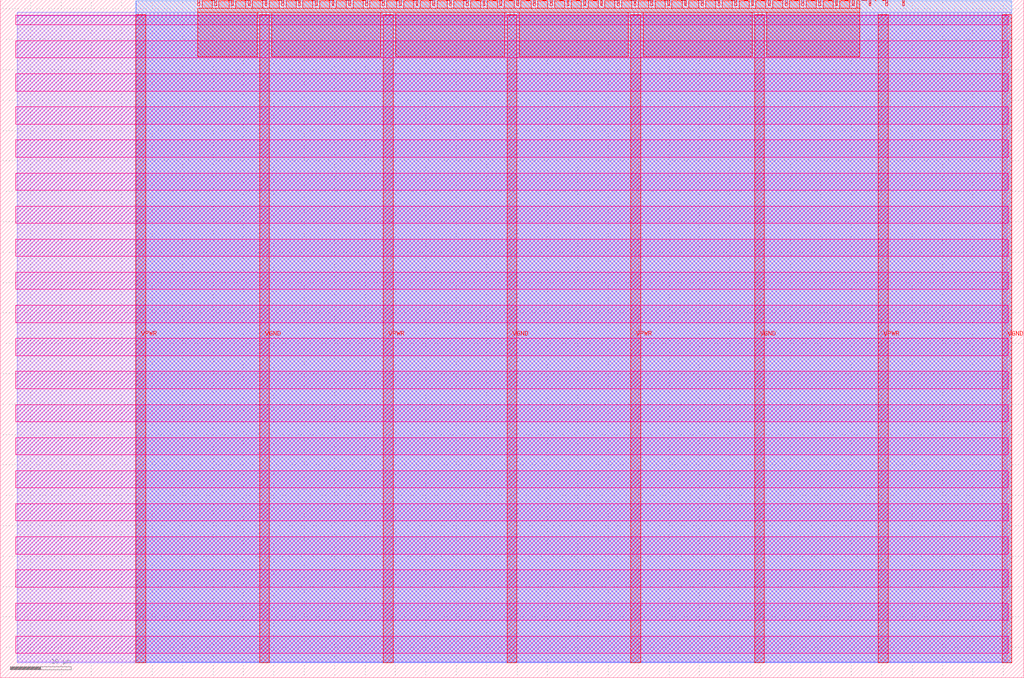
<source format=lef>
VERSION 5.7 ;
  NOWIREEXTENSIONATPIN ON ;
  DIVIDERCHAR "/" ;
  BUSBITCHARS "[]" ;
MACRO tt_um_alu_chip_dup
  CLASS BLOCK ;
  FOREIGN tt_um_alu_chip_dup ;
  ORIGIN 0.000 0.000 ;
  SIZE 168.360 BY 111.520 ;
  PIN VGND
    DIRECTION INOUT ;
    USE GROUND ;
    PORT
      LAYER met4 ;
        RECT 42.670 2.480 44.270 109.040 ;
    END
    PORT
      LAYER met4 ;
        RECT 83.380 2.480 84.980 109.040 ;
    END
    PORT
      LAYER met4 ;
        RECT 124.090 2.480 125.690 109.040 ;
    END
    PORT
      LAYER met4 ;
        RECT 164.800 2.480 166.400 109.040 ;
    END
  END VGND
  PIN VPWR
    DIRECTION INOUT ;
    USE POWER ;
    PORT
      LAYER met4 ;
        RECT 22.315 2.480 23.915 109.040 ;
    END
    PORT
      LAYER met4 ;
        RECT 63.025 2.480 64.625 109.040 ;
    END
    PORT
      LAYER met4 ;
        RECT 103.735 2.480 105.335 109.040 ;
    END
    PORT
      LAYER met4 ;
        RECT 144.445 2.480 146.045 109.040 ;
    END
  END VPWR
  PIN clk
    DIRECTION INPUT ;
    USE SIGNAL ;
    PORT
      LAYER met4 ;
        RECT 145.670 110.520 145.970 111.520 ;
    END
  END clk
  PIN ena
    DIRECTION INPUT ;
    USE SIGNAL ;
    PORT
      LAYER met4 ;
        RECT 148.430 110.520 148.730 111.520 ;
    END
  END ena
  PIN rst_n
    DIRECTION INPUT ;
    USE SIGNAL ;
    PORT
      LAYER met4 ;
        RECT 142.910 110.520 143.210 111.520 ;
    END
  END rst_n
  PIN ui_in[0]
    DIRECTION INPUT ;
    USE SIGNAL ;
    ANTENNAGATEAREA 0.213000 ;
    PORT
      LAYER met4 ;
        RECT 140.150 110.520 140.450 111.520 ;
    END
  END ui_in[0]
  PIN ui_in[1]
    DIRECTION INPUT ;
    USE SIGNAL ;
    ANTENNAGATEAREA 0.196500 ;
    PORT
      LAYER met4 ;
        RECT 137.390 110.520 137.690 111.520 ;
    END
  END ui_in[1]
  PIN ui_in[2]
    DIRECTION INPUT ;
    USE SIGNAL ;
    ANTENNAGATEAREA 0.213000 ;
    PORT
      LAYER met4 ;
        RECT 134.630 110.520 134.930 111.520 ;
    END
  END ui_in[2]
  PIN ui_in[3]
    DIRECTION INPUT ;
    USE SIGNAL ;
    ANTENNAGATEAREA 0.213000 ;
    PORT
      LAYER met4 ;
        RECT 131.870 110.520 132.170 111.520 ;
    END
  END ui_in[3]
  PIN ui_in[4]
    DIRECTION INPUT ;
    USE SIGNAL ;
    ANTENNAGATEAREA 0.213000 ;
    PORT
      LAYER met4 ;
        RECT 129.110 110.520 129.410 111.520 ;
    END
  END ui_in[4]
  PIN ui_in[5]
    DIRECTION INPUT ;
    USE SIGNAL ;
    ANTENNAGATEAREA 0.213000 ;
    PORT
      LAYER met4 ;
        RECT 126.350 110.520 126.650 111.520 ;
    END
  END ui_in[5]
  PIN ui_in[6]
    DIRECTION INPUT ;
    USE SIGNAL ;
    ANTENNAGATEAREA 0.213000 ;
    PORT
      LAYER met4 ;
        RECT 123.590 110.520 123.890 111.520 ;
    END
  END ui_in[6]
  PIN ui_in[7]
    DIRECTION INPUT ;
    USE SIGNAL ;
    ANTENNAGATEAREA 0.213000 ;
    PORT
      LAYER met4 ;
        RECT 120.830 110.520 121.130 111.520 ;
    END
  END ui_in[7]
  PIN uio_in[0]
    DIRECTION INPUT ;
    USE SIGNAL ;
    ANTENNAGATEAREA 0.196500 ;
    PORT
      LAYER met4 ;
        RECT 118.070 110.520 118.370 111.520 ;
    END
  END uio_in[0]
  PIN uio_in[1]
    DIRECTION INPUT ;
    USE SIGNAL ;
    ANTENNAGATEAREA 0.126000 ;
    PORT
      LAYER met4 ;
        RECT 115.310 110.520 115.610 111.520 ;
    END
  END uio_in[1]
  PIN uio_in[2]
    DIRECTION INPUT ;
    USE SIGNAL ;
    ANTENNAGATEAREA 0.196500 ;
    PORT
      LAYER met4 ;
        RECT 112.550 110.520 112.850 111.520 ;
    END
  END uio_in[2]
  PIN uio_in[3]
    DIRECTION INPUT ;
    USE SIGNAL ;
    ANTENNAGATEAREA 0.196500 ;
    PORT
      LAYER met4 ;
        RECT 109.790 110.520 110.090 111.520 ;
    END
  END uio_in[3]
  PIN uio_in[4]
    DIRECTION INPUT ;
    USE SIGNAL ;
    PORT
      LAYER met4 ;
        RECT 107.030 110.520 107.330 111.520 ;
    END
  END uio_in[4]
  PIN uio_in[5]
    DIRECTION INPUT ;
    USE SIGNAL ;
    PORT
      LAYER met4 ;
        RECT 104.270 110.520 104.570 111.520 ;
    END
  END uio_in[5]
  PIN uio_in[6]
    DIRECTION INPUT ;
    USE SIGNAL ;
    PORT
      LAYER met4 ;
        RECT 101.510 110.520 101.810 111.520 ;
    END
  END uio_in[6]
  PIN uio_in[7]
    DIRECTION INPUT ;
    USE SIGNAL ;
    PORT
      LAYER met4 ;
        RECT 98.750 110.520 99.050 111.520 ;
    END
  END uio_in[7]
  PIN uio_oe[0]
    DIRECTION OUTPUT TRISTATE ;
    USE SIGNAL ;
    PORT
      LAYER met4 ;
        RECT 51.830 110.520 52.130 111.520 ;
    END
  END uio_oe[0]
  PIN uio_oe[1]
    DIRECTION OUTPUT TRISTATE ;
    USE SIGNAL ;
    PORT
      LAYER met4 ;
        RECT 49.070 110.520 49.370 111.520 ;
    END
  END uio_oe[1]
  PIN uio_oe[2]
    DIRECTION OUTPUT TRISTATE ;
    USE SIGNAL ;
    PORT
      LAYER met4 ;
        RECT 46.310 110.520 46.610 111.520 ;
    END
  END uio_oe[2]
  PIN uio_oe[3]
    DIRECTION OUTPUT TRISTATE ;
    USE SIGNAL ;
    PORT
      LAYER met4 ;
        RECT 43.550 110.520 43.850 111.520 ;
    END
  END uio_oe[3]
  PIN uio_oe[4]
    DIRECTION OUTPUT TRISTATE ;
    USE SIGNAL ;
    PORT
      LAYER met4 ;
        RECT 40.790 110.520 41.090 111.520 ;
    END
  END uio_oe[4]
  PIN uio_oe[5]
    DIRECTION OUTPUT TRISTATE ;
    USE SIGNAL ;
    PORT
      LAYER met4 ;
        RECT 38.030 110.520 38.330 111.520 ;
    END
  END uio_oe[5]
  PIN uio_oe[6]
    DIRECTION OUTPUT TRISTATE ;
    USE SIGNAL ;
    PORT
      LAYER met4 ;
        RECT 35.270 110.520 35.570 111.520 ;
    END
  END uio_oe[6]
  PIN uio_oe[7]
    DIRECTION OUTPUT TRISTATE ;
    USE SIGNAL ;
    PORT
      LAYER met4 ;
        RECT 32.510 110.520 32.810 111.520 ;
    END
  END uio_oe[7]
  PIN uio_out[0]
    DIRECTION OUTPUT TRISTATE ;
    USE SIGNAL ;
    PORT
      LAYER met4 ;
        RECT 73.910 110.520 74.210 111.520 ;
    END
  END uio_out[0]
  PIN uio_out[1]
    DIRECTION OUTPUT TRISTATE ;
    USE SIGNAL ;
    PORT
      LAYER met4 ;
        RECT 71.150 110.520 71.450 111.520 ;
    END
  END uio_out[1]
  PIN uio_out[2]
    DIRECTION OUTPUT TRISTATE ;
    USE SIGNAL ;
    PORT
      LAYER met4 ;
        RECT 68.390 110.520 68.690 111.520 ;
    END
  END uio_out[2]
  PIN uio_out[3]
    DIRECTION OUTPUT TRISTATE ;
    USE SIGNAL ;
    PORT
      LAYER met4 ;
        RECT 65.630 110.520 65.930 111.520 ;
    END
  END uio_out[3]
  PIN uio_out[4]
    DIRECTION OUTPUT TRISTATE ;
    USE SIGNAL ;
    ANTENNAGATEAREA 0.868500 ;
    ANTENNADIFFAREA 0.891000 ;
    PORT
      LAYER met4 ;
        RECT 62.870 110.520 63.170 111.520 ;
    END
  END uio_out[4]
  PIN uio_out[5]
    DIRECTION OUTPUT TRISTATE ;
    USE SIGNAL ;
    ANTENNAGATEAREA 1.363500 ;
    ANTENNADIFFAREA 1.075200 ;
    PORT
      LAYER met4 ;
        RECT 60.110 110.520 60.410 111.520 ;
    END
  END uio_out[5]
  PIN uio_out[6]
    DIRECTION OUTPUT TRISTATE ;
    USE SIGNAL ;
    ANTENNAGATEAREA 2.362500 ;
    ANTENNADIFFAREA 1.590400 ;
    PORT
      LAYER met4 ;
        RECT 57.350 110.520 57.650 111.520 ;
    END
  END uio_out[6]
  PIN uio_out[7]
    DIRECTION OUTPUT TRISTATE ;
    USE SIGNAL ;
    ANTENNADIFFAREA 0.445500 ;
    PORT
      LAYER met4 ;
        RECT 54.590 110.520 54.890 111.520 ;
    END
  END uio_out[7]
  PIN uo_out[0]
    DIRECTION OUTPUT TRISTATE ;
    USE SIGNAL ;
    ANTENNADIFFAREA 1.721000 ;
    PORT
      LAYER met4 ;
        RECT 95.990 110.520 96.290 111.520 ;
    END
  END uo_out[0]
  PIN uo_out[1]
    DIRECTION OUTPUT TRISTATE ;
    USE SIGNAL ;
    ANTENNADIFFAREA 0.891000 ;
    PORT
      LAYER met4 ;
        RECT 93.230 110.520 93.530 111.520 ;
    END
  END uo_out[1]
  PIN uo_out[2]
    DIRECTION OUTPUT TRISTATE ;
    USE SIGNAL ;
    ANTENNADIFFAREA 0.924000 ;
    PORT
      LAYER met4 ;
        RECT 90.470 110.520 90.770 111.520 ;
    END
  END uo_out[2]
  PIN uo_out[3]
    DIRECTION OUTPUT TRISTATE ;
    USE SIGNAL ;
    ANTENNADIFFAREA 0.891000 ;
    PORT
      LAYER met4 ;
        RECT 87.710 110.520 88.010 111.520 ;
    END
  END uo_out[3]
  PIN uo_out[4]
    DIRECTION OUTPUT TRISTATE ;
    USE SIGNAL ;
    ANTENNADIFFAREA 0.453750 ;
    PORT
      LAYER met4 ;
        RECT 84.950 110.520 85.250 111.520 ;
    END
  END uo_out[4]
  PIN uo_out[5]
    DIRECTION OUTPUT TRISTATE ;
    USE SIGNAL ;
    ANTENNADIFFAREA 0.891000 ;
    PORT
      LAYER met4 ;
        RECT 82.190 110.520 82.490 111.520 ;
    END
  END uo_out[5]
  PIN uo_out[6]
    DIRECTION OUTPUT TRISTATE ;
    USE SIGNAL ;
    ANTENNADIFFAREA 0.445500 ;
    PORT
      LAYER met4 ;
        RECT 79.430 110.520 79.730 111.520 ;
    END
  END uo_out[6]
  PIN uo_out[7]
    DIRECTION OUTPUT TRISTATE ;
    USE SIGNAL ;
    PORT
      LAYER met4 ;
        RECT 76.670 110.520 76.970 111.520 ;
    END
  END uo_out[7]
  OBS
      LAYER nwell ;
        RECT 2.570 107.385 165.790 108.990 ;
        RECT 2.570 101.945 165.790 104.775 ;
        RECT 2.570 96.505 165.790 99.335 ;
        RECT 2.570 91.065 165.790 93.895 ;
        RECT 2.570 85.625 165.790 88.455 ;
        RECT 2.570 80.185 165.790 83.015 ;
        RECT 2.570 74.745 165.790 77.575 ;
        RECT 2.570 69.305 165.790 72.135 ;
        RECT 2.570 63.865 165.790 66.695 ;
        RECT 2.570 58.425 165.790 61.255 ;
        RECT 2.570 52.985 165.790 55.815 ;
        RECT 2.570 47.545 165.790 50.375 ;
        RECT 2.570 42.105 165.790 44.935 ;
        RECT 2.570 36.665 165.790 39.495 ;
        RECT 2.570 31.225 165.790 34.055 ;
        RECT 2.570 25.785 165.790 28.615 ;
        RECT 2.570 20.345 165.790 23.175 ;
        RECT 2.570 14.905 165.790 17.735 ;
        RECT 2.570 9.465 165.790 12.295 ;
        RECT 2.570 4.025 165.790 6.855 ;
      LAYER li1 ;
        RECT 2.760 2.635 165.600 108.885 ;
      LAYER met1 ;
        RECT 2.760 2.480 166.400 109.440 ;
      LAYER met2 ;
        RECT 22.345 2.535 166.370 111.365 ;
      LAYER met3 ;
        RECT 22.325 2.555 166.390 111.345 ;
      LAYER met4 ;
        RECT 33.210 110.120 34.870 111.345 ;
        RECT 35.970 110.120 37.630 111.345 ;
        RECT 38.730 110.120 40.390 111.345 ;
        RECT 41.490 110.120 43.150 111.345 ;
        RECT 44.250 110.120 45.910 111.345 ;
        RECT 47.010 110.120 48.670 111.345 ;
        RECT 49.770 110.120 51.430 111.345 ;
        RECT 52.530 110.120 54.190 111.345 ;
        RECT 55.290 110.120 56.950 111.345 ;
        RECT 58.050 110.120 59.710 111.345 ;
        RECT 60.810 110.120 62.470 111.345 ;
        RECT 63.570 110.120 65.230 111.345 ;
        RECT 66.330 110.120 67.990 111.345 ;
        RECT 69.090 110.120 70.750 111.345 ;
        RECT 71.850 110.120 73.510 111.345 ;
        RECT 74.610 110.120 76.270 111.345 ;
        RECT 77.370 110.120 79.030 111.345 ;
        RECT 80.130 110.120 81.790 111.345 ;
        RECT 82.890 110.120 84.550 111.345 ;
        RECT 85.650 110.120 87.310 111.345 ;
        RECT 88.410 110.120 90.070 111.345 ;
        RECT 91.170 110.120 92.830 111.345 ;
        RECT 93.930 110.120 95.590 111.345 ;
        RECT 96.690 110.120 98.350 111.345 ;
        RECT 99.450 110.120 101.110 111.345 ;
        RECT 102.210 110.120 103.870 111.345 ;
        RECT 104.970 110.120 106.630 111.345 ;
        RECT 107.730 110.120 109.390 111.345 ;
        RECT 110.490 110.120 112.150 111.345 ;
        RECT 113.250 110.120 114.910 111.345 ;
        RECT 116.010 110.120 117.670 111.345 ;
        RECT 118.770 110.120 120.430 111.345 ;
        RECT 121.530 110.120 123.190 111.345 ;
        RECT 124.290 110.120 125.950 111.345 ;
        RECT 127.050 110.120 128.710 111.345 ;
        RECT 129.810 110.120 131.470 111.345 ;
        RECT 132.570 110.120 134.230 111.345 ;
        RECT 135.330 110.120 136.990 111.345 ;
        RECT 138.090 110.120 139.750 111.345 ;
        RECT 140.850 110.120 141.385 111.345 ;
        RECT 32.495 109.440 141.385 110.120 ;
        RECT 32.495 102.175 42.270 109.440 ;
        RECT 44.670 102.175 62.625 109.440 ;
        RECT 65.025 102.175 82.980 109.440 ;
        RECT 85.380 102.175 103.335 109.440 ;
        RECT 105.735 102.175 123.690 109.440 ;
        RECT 126.090 102.175 141.385 109.440 ;
  END
END tt_um_alu_chip_dup
END LIBRARY


</source>
